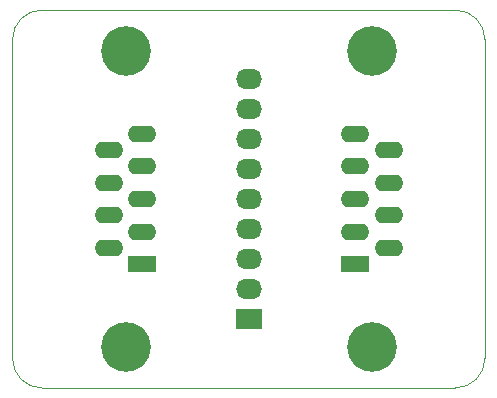
<source format=gts>
G04 #@! TF.FileFunction,Soldermask,Top*
%FSLAX46Y46*%
G04 Gerber Fmt 4.6, Leading zero omitted, Abs format (unit mm)*
G04 Created by KiCad (PCBNEW 0.201503050816+5478~22~ubuntu14.10.1-product) date Friday 13 March 2015 12:23:03 AM IST*
%MOMM*%
G01*
G04 APERTURE LIST*
%ADD10C,0.100000*%
%ADD11R,2.200000X1.700000*%
%ADD12O,2.200000X1.700000*%
%ADD13C,4.200000*%
%ADD14R,2.400000X1.400000*%
%ADD15O,2.400000X1.400000*%
G04 APERTURE END LIST*
D10*
X60000000Y-22500000D02*
X60000000Y-49500000D01*
X22500000Y-20000000D02*
X57500000Y-20000000D01*
X20000000Y-49500000D02*
X20000000Y-22500000D01*
X57500000Y-52000000D02*
X22500000Y-52000000D01*
X60000000Y-22500000D02*
G75*
G03X57500000Y-20000000I-2500000J0D01*
G01*
X57500000Y-52000000D02*
G75*
G03X60000000Y-49500000I0J2500000D01*
G01*
X20000000Y-49500000D02*
G75*
G03X22500000Y-52000000I2500000J0D01*
G01*
X22500000Y-20000000D02*
G75*
G03X20000000Y-22500000I0J-2500000D01*
G01*
D11*
X40000000Y-46160000D03*
D12*
X40000000Y-43620000D03*
X40000000Y-41080000D03*
X40000000Y-38540000D03*
X40000000Y-36000000D03*
X40000000Y-33460000D03*
X40000000Y-30920000D03*
X40000000Y-28380000D03*
X40000000Y-25840000D03*
D13*
X29580000Y-48500000D03*
X29580000Y-23500000D03*
D14*
X31000000Y-41540000D03*
D15*
X31000000Y-38770000D03*
X31000000Y-36000000D03*
X31000000Y-33230000D03*
X31000000Y-30460000D03*
X28160000Y-31845000D03*
X28160000Y-34615000D03*
X28160000Y-37385000D03*
X28160000Y-40155000D03*
D13*
X50420000Y-23500000D03*
X50420000Y-48500000D03*
D15*
X49000000Y-30460000D03*
X49000000Y-33230000D03*
X49000000Y-36000000D03*
X49000000Y-38770000D03*
D14*
X49000000Y-41540000D03*
D15*
X51840000Y-40155000D03*
X51840000Y-37385000D03*
X51840000Y-34615000D03*
X51840000Y-31845000D03*
M02*

</source>
